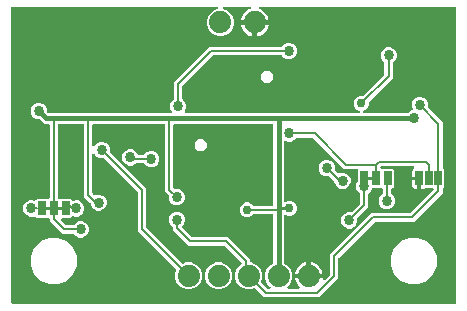
<source format=gbr>
G04 EAGLE Gerber RS-274X export*
G75*
%MOMM*%
%FSLAX34Y34*%
%LPD*%
%INBottom Copper*%
%IPPOS*%
%AMOC8*
5,1,8,0,0,1.08239X$1,22.5*%
G01*
%ADD10C,1.879600*%
%ADD11C,0.254000*%
%ADD12R,0.635000X1.270000*%
%ADD13C,0.762000*%
%ADD14C,0.203200*%
%ADD15C,0.858000*%
%ADD16C,0.406400*%

G36*
X378010Y2041D02*
X378010Y2041D01*
X378068Y2039D01*
X378150Y2061D01*
X378234Y2073D01*
X378287Y2096D01*
X378343Y2111D01*
X378416Y2154D01*
X378493Y2189D01*
X378538Y2227D01*
X378588Y2256D01*
X378646Y2318D01*
X378710Y2372D01*
X378742Y2421D01*
X378782Y2464D01*
X378821Y2539D01*
X378868Y2609D01*
X378885Y2665D01*
X378912Y2717D01*
X378923Y2785D01*
X378953Y2880D01*
X378956Y2980D01*
X378967Y3048D01*
X378967Y252222D01*
X378959Y252280D01*
X378961Y252338D01*
X378939Y252420D01*
X378927Y252504D01*
X378904Y252557D01*
X378889Y252613D01*
X378846Y252686D01*
X378811Y252763D01*
X378773Y252808D01*
X378744Y252858D01*
X378682Y252916D01*
X378628Y252980D01*
X378579Y253012D01*
X378536Y253052D01*
X378461Y253091D01*
X378391Y253138D01*
X378335Y253155D01*
X378283Y253182D01*
X378215Y253193D01*
X378120Y253223D01*
X378020Y253226D01*
X377952Y253237D01*
X212677Y253237D01*
X212553Y253220D01*
X212428Y253206D01*
X212412Y253200D01*
X212395Y253197D01*
X212281Y253146D01*
X212165Y253099D01*
X212151Y253088D01*
X212136Y253081D01*
X212040Y253000D01*
X211942Y252922D01*
X211932Y252908D01*
X211919Y252898D01*
X211849Y252793D01*
X211776Y252691D01*
X211771Y252675D01*
X211761Y252661D01*
X211723Y252541D01*
X211682Y252423D01*
X211681Y252406D01*
X211675Y252390D01*
X211672Y252264D01*
X211665Y252139D01*
X211669Y252123D01*
X211668Y252106D01*
X211700Y251984D01*
X211727Y251862D01*
X211736Y251847D01*
X211740Y251831D01*
X211804Y251723D01*
X211865Y251613D01*
X211877Y251601D01*
X211885Y251586D01*
X211977Y251500D01*
X212065Y251412D01*
X212079Y251404D01*
X212093Y251392D01*
X212346Y251262D01*
X212355Y251261D01*
X212363Y251256D01*
X212863Y251094D01*
X214537Y250241D01*
X216058Y249136D01*
X217386Y247808D01*
X218491Y246287D01*
X219344Y244613D01*
X219925Y242826D01*
X220046Y242061D01*
X209296Y242061D01*
X209238Y242053D01*
X209180Y242055D01*
X209098Y242033D01*
X209015Y242021D01*
X208961Y241997D01*
X208905Y241983D01*
X208832Y241940D01*
X208755Y241905D01*
X208711Y241867D01*
X208660Y241837D01*
X208603Y241776D01*
X208538Y241721D01*
X208506Y241673D01*
X208466Y241630D01*
X208427Y241555D01*
X208381Y241485D01*
X208363Y241429D01*
X208336Y241377D01*
X208325Y241309D01*
X208295Y241214D01*
X208292Y241114D01*
X208281Y241046D01*
X208281Y240029D01*
X208279Y240029D01*
X208279Y241046D01*
X208271Y241104D01*
X208272Y241162D01*
X208251Y241244D01*
X208239Y241327D01*
X208215Y241381D01*
X208201Y241437D01*
X208158Y241510D01*
X208123Y241587D01*
X208085Y241632D01*
X208055Y241682D01*
X207994Y241740D01*
X207939Y241804D01*
X207891Y241836D01*
X207848Y241876D01*
X207773Y241915D01*
X207703Y241961D01*
X207647Y241979D01*
X207595Y242006D01*
X207527Y242017D01*
X207432Y242047D01*
X207332Y242050D01*
X207264Y242061D01*
X196514Y242061D01*
X196635Y242826D01*
X197216Y244613D01*
X198069Y246287D01*
X199174Y247808D01*
X200502Y249136D01*
X202023Y250241D01*
X203697Y251094D01*
X204197Y251256D01*
X204310Y251311D01*
X204424Y251363D01*
X204437Y251374D01*
X204452Y251381D01*
X204546Y251466D01*
X204641Y251547D01*
X204651Y251561D01*
X204663Y251572D01*
X204729Y251678D01*
X204799Y251783D01*
X204804Y251799D01*
X204813Y251814D01*
X204847Y251934D01*
X204885Y252054D01*
X204885Y252071D01*
X204890Y252087D01*
X204889Y252213D01*
X204892Y252338D01*
X204888Y252355D01*
X204887Y252372D01*
X204852Y252492D01*
X204820Y252613D01*
X204811Y252628D01*
X204807Y252644D01*
X204739Y252750D01*
X204675Y252858D01*
X204662Y252869D01*
X204653Y252884D01*
X204559Y252966D01*
X204467Y253052D01*
X204452Y253060D01*
X204440Y253071D01*
X204326Y253125D01*
X204214Y253182D01*
X204199Y253184D01*
X204182Y253192D01*
X203902Y253237D01*
X203892Y253236D01*
X203883Y253237D01*
X182159Y253237D01*
X182074Y253225D01*
X181988Y253223D01*
X181934Y253205D01*
X181877Y253197D01*
X181799Y253162D01*
X181717Y253136D01*
X181670Y253104D01*
X181618Y253081D01*
X181552Y253026D01*
X181481Y252978D01*
X181444Y252934D01*
X181401Y252898D01*
X181353Y252826D01*
X181298Y252760D01*
X181275Y252708D01*
X181243Y252661D01*
X181217Y252579D01*
X181182Y252500D01*
X181175Y252444D01*
X181157Y252390D01*
X181155Y252304D01*
X181143Y252219D01*
X181152Y252163D01*
X181150Y252106D01*
X181172Y252023D01*
X181184Y251938D01*
X181208Y251886D01*
X181222Y251831D01*
X181266Y251757D01*
X181301Y251678D01*
X181338Y251635D01*
X181367Y251586D01*
X181430Y251527D01*
X181486Y251462D01*
X181528Y251436D01*
X181575Y251392D01*
X181704Y251326D01*
X181770Y251284D01*
X185545Y249721D01*
X188760Y246505D01*
X190501Y242304D01*
X190501Y237756D01*
X188760Y233555D01*
X185545Y230340D01*
X181344Y228599D01*
X176796Y228599D01*
X172595Y230340D01*
X169380Y233555D01*
X167639Y237756D01*
X167639Y242304D01*
X169380Y246505D01*
X172595Y249721D01*
X176370Y251284D01*
X176444Y251328D01*
X176522Y251363D01*
X176566Y251400D01*
X176615Y251429D01*
X176674Y251491D01*
X176739Y251547D01*
X176771Y251594D01*
X176810Y251635D01*
X176849Y251712D01*
X176897Y251783D01*
X176914Y251837D01*
X176940Y251888D01*
X176957Y251972D01*
X176983Y252054D01*
X176984Y252111D01*
X176995Y252167D01*
X176988Y252252D01*
X176990Y252338D01*
X176975Y252393D01*
X176971Y252450D01*
X176940Y252530D01*
X176918Y252613D01*
X176889Y252662D01*
X176869Y252715D01*
X176817Y252784D01*
X176773Y252858D01*
X176731Y252897D01*
X176697Y252942D01*
X176628Y252994D01*
X176565Y253052D01*
X176515Y253078D01*
X176469Y253112D01*
X176389Y253143D01*
X176312Y253182D01*
X176264Y253190D01*
X176203Y253213D01*
X176059Y253224D01*
X175981Y253237D01*
X3048Y253237D01*
X2990Y253229D01*
X2932Y253231D01*
X2850Y253209D01*
X2766Y253197D01*
X2713Y253174D01*
X2657Y253159D01*
X2584Y253116D01*
X2507Y253081D01*
X2462Y253043D01*
X2412Y253014D01*
X2354Y252952D01*
X2290Y252898D01*
X2258Y252849D01*
X2218Y252806D01*
X2179Y252731D01*
X2132Y252661D01*
X2115Y252605D01*
X2088Y252553D01*
X2077Y252485D01*
X2047Y252390D01*
X2044Y252290D01*
X2033Y252222D01*
X2033Y3048D01*
X2041Y2990D01*
X2039Y2932D01*
X2061Y2850D01*
X2073Y2766D01*
X2096Y2713D01*
X2111Y2657D01*
X2154Y2584D01*
X2189Y2507D01*
X2227Y2462D01*
X2256Y2412D01*
X2318Y2354D01*
X2372Y2290D01*
X2421Y2258D01*
X2464Y2218D01*
X2539Y2179D01*
X2609Y2132D01*
X2665Y2115D01*
X2717Y2088D01*
X2785Y2077D01*
X2880Y2047D01*
X2980Y2044D01*
X3048Y2033D01*
X377952Y2033D01*
X378010Y2041D01*
G37*
%LPC*%
G36*
X215951Y7619D02*
X215951Y7619D01*
X208872Y14698D01*
X208870Y14699D01*
X208869Y14701D01*
X208752Y14788D01*
X208644Y14869D01*
X208643Y14870D01*
X208642Y14871D01*
X208508Y14921D01*
X208379Y14970D01*
X208377Y14971D01*
X208376Y14971D01*
X208231Y14983D01*
X208095Y14994D01*
X208094Y14994D01*
X208092Y14994D01*
X208077Y14990D01*
X207817Y14938D01*
X207790Y14924D01*
X207765Y14918D01*
X205474Y13969D01*
X200926Y13969D01*
X196725Y15710D01*
X193510Y18925D01*
X191769Y23126D01*
X191769Y27674D01*
X193510Y31875D01*
X196806Y35171D01*
X196858Y35241D01*
X196918Y35305D01*
X196944Y35354D01*
X196977Y35399D01*
X197008Y35480D01*
X197048Y35558D01*
X197056Y35606D01*
X197078Y35664D01*
X197090Y35812D01*
X197103Y35889D01*
X197103Y36206D01*
X197091Y36293D01*
X197088Y36380D01*
X197071Y36433D01*
X197063Y36488D01*
X197028Y36568D01*
X197001Y36651D01*
X196973Y36690D01*
X196947Y36747D01*
X196851Y36860D01*
X196806Y36924D01*
X182974Y50756D01*
X182904Y50808D01*
X182840Y50868D01*
X182791Y50894D01*
X182747Y50927D01*
X182665Y50958D01*
X182587Y50998D01*
X182540Y51006D01*
X182481Y51028D01*
X182334Y51040D01*
X182256Y51053D01*
X152197Y51053D01*
X138843Y64407D01*
X138843Y66526D01*
X138831Y66613D01*
X138828Y66700D01*
X138811Y66753D01*
X138803Y66808D01*
X138768Y66887D01*
X138741Y66971D01*
X138713Y67010D01*
X138687Y67067D01*
X138591Y67180D01*
X138546Y67244D01*
X136609Y69181D01*
X135569Y71691D01*
X135569Y74409D01*
X136609Y76919D01*
X138531Y78841D01*
X141041Y79881D01*
X143759Y79881D01*
X146269Y78841D01*
X148191Y76919D01*
X149231Y74409D01*
X149231Y71691D01*
X148191Y69181D01*
X146878Y67868D01*
X146843Y67821D01*
X146800Y67781D01*
X146758Y67708D01*
X146707Y67641D01*
X146686Y67586D01*
X146657Y67536D01*
X146636Y67454D01*
X146606Y67375D01*
X146601Y67317D01*
X146587Y67260D01*
X146589Y67176D01*
X146582Y67092D01*
X146594Y67034D01*
X146596Y66976D01*
X146622Y66896D01*
X146638Y66813D01*
X146665Y66761D01*
X146683Y66705D01*
X146723Y66649D01*
X146769Y66561D01*
X146838Y66488D01*
X146878Y66432D01*
X154846Y58464D01*
X154916Y58412D01*
X154980Y58352D01*
X155029Y58326D01*
X155073Y58293D01*
X155155Y58262D01*
X155233Y58222D01*
X155280Y58214D01*
X155339Y58192D01*
X155486Y58180D01*
X155564Y58167D01*
X185623Y58167D01*
X204217Y39573D01*
X204217Y37846D01*
X204225Y37788D01*
X204223Y37730D01*
X204245Y37648D01*
X204257Y37564D01*
X204281Y37511D01*
X204295Y37455D01*
X204338Y37382D01*
X204373Y37305D01*
X204411Y37260D01*
X204440Y37210D01*
X204502Y37152D01*
X204556Y37088D01*
X204605Y37056D01*
X204648Y37016D01*
X204723Y36977D01*
X204793Y36930D01*
X204849Y36913D01*
X204901Y36886D01*
X204969Y36875D01*
X205064Y36845D01*
X205164Y36842D01*
X205232Y36831D01*
X205474Y36831D01*
X209675Y35090D01*
X212890Y31875D01*
X214631Y27674D01*
X214631Y23126D01*
X213682Y20835D01*
X213681Y20833D01*
X213680Y20832D01*
X213646Y20698D01*
X213611Y20559D01*
X213611Y20558D01*
X213610Y20556D01*
X213615Y20416D01*
X213619Y20275D01*
X213619Y20274D01*
X213619Y20272D01*
X213662Y20139D01*
X213705Y20005D01*
X213706Y20003D01*
X213707Y20002D01*
X213715Y19990D01*
X213864Y19768D01*
X213887Y19749D01*
X213902Y19728D01*
X218600Y15030D01*
X218670Y14978D01*
X218734Y14918D01*
X218783Y14892D01*
X218827Y14859D01*
X218909Y14828D01*
X218987Y14788D01*
X219034Y14780D01*
X219093Y14758D01*
X219240Y14746D01*
X219318Y14733D01*
X220651Y14733D01*
X220680Y14737D01*
X220709Y14734D01*
X220820Y14757D01*
X220932Y14773D01*
X220959Y14785D01*
X220988Y14790D01*
X221088Y14843D01*
X221192Y14889D01*
X221214Y14908D01*
X221240Y14921D01*
X221322Y14999D01*
X221409Y15072D01*
X221425Y15097D01*
X221446Y15117D01*
X221503Y15215D01*
X221566Y15309D01*
X221575Y15337D01*
X221590Y15362D01*
X221618Y15472D01*
X221652Y15580D01*
X221653Y15610D01*
X221660Y15638D01*
X221656Y15751D01*
X221659Y15864D01*
X221652Y15893D01*
X221651Y15922D01*
X221616Y16030D01*
X221588Y16139D01*
X221573Y16165D01*
X221564Y16193D01*
X221518Y16256D01*
X221442Y16384D01*
X221397Y16427D01*
X221369Y16466D01*
X218909Y18925D01*
X217169Y23126D01*
X217169Y27674D01*
X218910Y31875D01*
X222125Y35091D01*
X223401Y35619D01*
X223402Y35620D01*
X223403Y35620D01*
X223479Y35665D01*
X223540Y35692D01*
X223574Y35721D01*
X223645Y35763D01*
X223646Y35764D01*
X223648Y35765D01*
X223732Y35855D01*
X223757Y35876D01*
X223769Y35894D01*
X223841Y35970D01*
X223841Y35971D01*
X223842Y35973D01*
X223905Y36096D01*
X223913Y36111D01*
X223914Y36112D01*
X223915Y36114D01*
X223971Y36223D01*
X223971Y36224D01*
X223972Y36226D01*
X223974Y36241D01*
X224026Y36502D01*
X224023Y36532D01*
X224027Y36557D01*
X224027Y76708D01*
X224019Y76766D01*
X224021Y76824D01*
X223999Y76906D01*
X223987Y76990D01*
X223964Y77043D01*
X223949Y77099D01*
X223906Y77172D01*
X223871Y77249D01*
X223833Y77294D01*
X223804Y77344D01*
X223742Y77402D01*
X223688Y77466D01*
X223639Y77498D01*
X223596Y77538D01*
X223521Y77577D01*
X223451Y77624D01*
X223395Y77641D01*
X223343Y77668D01*
X223275Y77679D01*
X223180Y77709D01*
X223080Y77712D01*
X223012Y77723D01*
X207775Y77723D01*
X207688Y77711D01*
X207601Y77708D01*
X207548Y77691D01*
X207494Y77683D01*
X207414Y77648D01*
X207331Y77621D01*
X207291Y77593D01*
X207234Y77567D01*
X207121Y77471D01*
X207057Y77426D01*
X205527Y75896D01*
X203193Y74929D01*
X200667Y74929D01*
X198333Y75896D01*
X196546Y77683D01*
X195579Y80017D01*
X195579Y82543D01*
X196546Y84877D01*
X198333Y86664D01*
X200667Y87631D01*
X203193Y87631D01*
X205527Y86664D01*
X207057Y85134D01*
X207127Y85082D01*
X207191Y85022D01*
X207240Y84996D01*
X207284Y84963D01*
X207366Y84932D01*
X207444Y84892D01*
X207492Y84884D01*
X207550Y84862D01*
X207698Y84850D01*
X207775Y84837D01*
X223012Y84837D01*
X223070Y84845D01*
X223128Y84843D01*
X223210Y84865D01*
X223294Y84877D01*
X223347Y84900D01*
X223403Y84915D01*
X223476Y84958D01*
X223553Y84993D01*
X223598Y85031D01*
X223648Y85060D01*
X223706Y85122D01*
X223770Y85176D01*
X223802Y85225D01*
X223842Y85268D01*
X223881Y85343D01*
X223928Y85413D01*
X223945Y85469D01*
X223972Y85521D01*
X223983Y85589D01*
X224013Y85684D01*
X224016Y85784D01*
X224027Y85852D01*
X224027Y153162D01*
X224019Y153220D01*
X224021Y153278D01*
X223999Y153360D01*
X223987Y153444D01*
X223964Y153497D01*
X223949Y153553D01*
X223906Y153626D01*
X223871Y153703D01*
X223833Y153748D01*
X223804Y153798D01*
X223742Y153856D01*
X223688Y153920D01*
X223639Y153952D01*
X223596Y153992D01*
X223521Y154031D01*
X223451Y154078D01*
X223395Y154095D01*
X223343Y154122D01*
X223275Y154133D01*
X223180Y154163D01*
X223080Y154166D01*
X223012Y154177D01*
X140462Y154177D01*
X140404Y154169D01*
X140346Y154171D01*
X140264Y154149D01*
X140180Y154137D01*
X140127Y154114D01*
X140071Y154099D01*
X139998Y154056D01*
X139921Y154021D01*
X139876Y153983D01*
X139826Y153954D01*
X139768Y153892D01*
X139704Y153838D01*
X139672Y153789D01*
X139632Y153746D01*
X139593Y153671D01*
X139546Y153601D01*
X139529Y153545D01*
X139502Y153493D01*
X139491Y153425D01*
X139461Y153330D01*
X139458Y153230D01*
X139447Y153162D01*
X139447Y100454D01*
X139454Y100405D01*
X139453Y100396D01*
X139457Y100383D01*
X139459Y100367D01*
X139462Y100280D01*
X139479Y100227D01*
X139487Y100172D01*
X139522Y100092D01*
X139549Y100009D01*
X139577Y99970D01*
X139603Y99913D01*
X139699Y99800D01*
X139744Y99736D01*
X140302Y99178D01*
X140372Y99126D01*
X140436Y99066D01*
X140485Y99040D01*
X140529Y99007D01*
X140611Y98976D01*
X140689Y98936D01*
X140736Y98928D01*
X140795Y98906D01*
X140942Y98894D01*
X141020Y98881D01*
X143759Y98881D01*
X146269Y97841D01*
X148191Y95919D01*
X149231Y93409D01*
X149231Y90691D01*
X148191Y88181D01*
X146269Y86259D01*
X143759Y85219D01*
X141041Y85219D01*
X138531Y86259D01*
X136609Y88181D01*
X135569Y90691D01*
X135569Y93430D01*
X135562Y93484D01*
X135563Y93522D01*
X135556Y93547D01*
X135554Y93604D01*
X135537Y93657D01*
X135529Y93712D01*
X135494Y93792D01*
X135467Y93875D01*
X135439Y93914D01*
X135413Y93971D01*
X135317Y94084D01*
X135272Y94148D01*
X132333Y97087D01*
X132333Y153162D01*
X132325Y153220D01*
X132327Y153278D01*
X132305Y153360D01*
X132293Y153444D01*
X132270Y153497D01*
X132255Y153553D01*
X132212Y153626D01*
X132177Y153703D01*
X132139Y153748D01*
X132110Y153798D01*
X132048Y153856D01*
X131994Y153920D01*
X131945Y153952D01*
X131902Y153992D01*
X131827Y154031D01*
X131757Y154078D01*
X131701Y154095D01*
X131649Y154122D01*
X131581Y154133D01*
X131486Y154163D01*
X131386Y154166D01*
X131318Y154177D01*
X71882Y154177D01*
X71824Y154169D01*
X71766Y154171D01*
X71684Y154149D01*
X71600Y154137D01*
X71547Y154114D01*
X71491Y154099D01*
X71418Y154056D01*
X71341Y154021D01*
X71296Y153983D01*
X71246Y153954D01*
X71188Y153892D01*
X71124Y153838D01*
X71092Y153789D01*
X71052Y153746D01*
X71013Y153671D01*
X70966Y153601D01*
X70949Y153545D01*
X70922Y153493D01*
X70911Y153425D01*
X70881Y153330D01*
X70878Y153230D01*
X70867Y153162D01*
X70867Y136026D01*
X70874Y135971D01*
X70873Y135929D01*
X70880Y135905D01*
X70881Y135855D01*
X70899Y135801D01*
X70907Y135744D01*
X70942Y135666D01*
X70945Y135657D01*
X70945Y135654D01*
X70946Y135654D01*
X70968Y135584D01*
X71000Y135537D01*
X71023Y135485D01*
X71078Y135419D01*
X71126Y135348D01*
X71170Y135311D01*
X71206Y135268D01*
X71278Y135220D01*
X71344Y135165D01*
X71396Y135142D01*
X71443Y135110D01*
X71525Y135084D01*
X71604Y135049D01*
X71660Y135042D01*
X71714Y135025D01*
X71800Y135022D01*
X71885Y135011D01*
X71941Y135019D01*
X71998Y135017D01*
X72081Y135039D01*
X72167Y135051D01*
X72218Y135075D01*
X72273Y135089D01*
X72347Y135133D01*
X72426Y135168D01*
X72469Y135205D01*
X72518Y135234D01*
X72577Y135297D01*
X72642Y135353D01*
X72668Y135395D01*
X72712Y135442D01*
X72767Y135549D01*
X72806Y135607D01*
X72811Y135623D01*
X72820Y135637D01*
X72949Y135949D01*
X74871Y137871D01*
X77381Y138911D01*
X80099Y138911D01*
X82609Y137871D01*
X84531Y135949D01*
X85571Y133439D01*
X85571Y130700D01*
X85583Y130613D01*
X85586Y130526D01*
X85603Y130473D01*
X85611Y130418D01*
X85646Y130338D01*
X85673Y130255D01*
X85701Y130216D01*
X85727Y130159D01*
X85823Y130046D01*
X85868Y129982D01*
X116587Y99263D01*
X116587Y66664D01*
X116599Y66577D01*
X116602Y66490D01*
X116619Y66437D01*
X116627Y66382D01*
X116662Y66302D01*
X116689Y66219D01*
X116717Y66180D01*
X116743Y66123D01*
X116839Y66010D01*
X116884Y65946D01*
X146728Y36102D01*
X146730Y36101D01*
X146731Y36099D01*
X146846Y36013D01*
X146956Y35931D01*
X146957Y35930D01*
X146958Y35929D01*
X147090Y35879D01*
X147221Y35830D01*
X147223Y35829D01*
X147224Y35829D01*
X147369Y35817D01*
X147505Y35806D01*
X147506Y35806D01*
X147508Y35806D01*
X147523Y35810D01*
X147783Y35862D01*
X147810Y35876D01*
X147835Y35882D01*
X150126Y36831D01*
X154674Y36831D01*
X158875Y35090D01*
X162090Y31875D01*
X163831Y27674D01*
X163831Y23126D01*
X162090Y18925D01*
X158875Y15710D01*
X154674Y13969D01*
X150126Y13969D01*
X145925Y15710D01*
X142710Y18925D01*
X140969Y23126D01*
X140969Y27674D01*
X141918Y29965D01*
X141919Y29967D01*
X141920Y29968D01*
X141954Y30102D01*
X141989Y30241D01*
X141989Y30242D01*
X141990Y30244D01*
X141985Y30384D01*
X141981Y30525D01*
X141981Y30526D01*
X141981Y30528D01*
X141938Y30661D01*
X141895Y30795D01*
X141894Y30797D01*
X141893Y30798D01*
X141885Y30810D01*
X141736Y31032D01*
X141713Y31051D01*
X141698Y31072D01*
X111854Y60916D01*
X109473Y63297D01*
X109473Y95896D01*
X109461Y95983D01*
X109458Y96070D01*
X109441Y96123D01*
X109433Y96178D01*
X109398Y96258D01*
X109371Y96341D01*
X109343Y96380D01*
X109317Y96437D01*
X109221Y96550D01*
X109176Y96614D01*
X80838Y124952D01*
X80768Y125004D01*
X80704Y125064D01*
X80655Y125090D01*
X80611Y125123D01*
X80529Y125154D01*
X80451Y125194D01*
X80404Y125202D01*
X80345Y125224D01*
X80198Y125236D01*
X80120Y125249D01*
X77381Y125249D01*
X74871Y126289D01*
X72949Y128211D01*
X72820Y128523D01*
X72776Y128597D01*
X72741Y128675D01*
X72704Y128719D01*
X72675Y128768D01*
X72613Y128827D01*
X72557Y128892D01*
X72510Y128924D01*
X72469Y128963D01*
X72392Y129002D01*
X72321Y129050D01*
X72267Y129067D01*
X72216Y129093D01*
X72132Y129110D01*
X72050Y129135D01*
X71993Y129137D01*
X71937Y129148D01*
X71852Y129141D01*
X71766Y129143D01*
X71711Y129128D01*
X71654Y129124D01*
X71574Y129093D01*
X71491Y129071D01*
X71442Y129042D01*
X71389Y129021D01*
X71320Y128970D01*
X71246Y128926D01*
X71207Y128884D01*
X71162Y128850D01*
X71111Y128781D01*
X71052Y128718D01*
X71026Y128668D01*
X70992Y128622D01*
X70961Y128542D01*
X70922Y128465D01*
X70914Y128417D01*
X70891Y128356D01*
X70880Y128212D01*
X70867Y128134D01*
X70867Y95874D01*
X70879Y95787D01*
X70882Y95700D01*
X70899Y95647D01*
X70907Y95592D01*
X70942Y95512D01*
X70969Y95429D01*
X70997Y95390D01*
X71023Y95333D01*
X71119Y95220D01*
X71164Y95156D01*
X72310Y94010D01*
X72311Y94009D01*
X72312Y94008D01*
X72426Y93923D01*
X72537Y93840D01*
X72538Y93839D01*
X72540Y93838D01*
X72670Y93789D01*
X72802Y93738D01*
X72804Y93738D01*
X72805Y93738D01*
X72944Y93727D01*
X73086Y93715D01*
X73087Y93715D01*
X73089Y93715D01*
X73104Y93718D01*
X73364Y93771D01*
X73392Y93785D01*
X73416Y93790D01*
X74841Y94381D01*
X77559Y94381D01*
X80069Y93341D01*
X81991Y91419D01*
X83031Y88909D01*
X83031Y86191D01*
X81991Y83681D01*
X80069Y81759D01*
X77559Y80719D01*
X74841Y80719D01*
X72331Y81759D01*
X70409Y83681D01*
X69369Y86191D01*
X69369Y86470D01*
X69357Y86557D01*
X69354Y86644D01*
X69337Y86697D01*
X69329Y86752D01*
X69294Y86832D01*
X69267Y86915D01*
X69239Y86954D01*
X69213Y87011D01*
X69117Y87124D01*
X69072Y87188D01*
X63753Y92507D01*
X63753Y153162D01*
X63745Y153220D01*
X63747Y153278D01*
X63725Y153360D01*
X63713Y153444D01*
X63690Y153497D01*
X63675Y153553D01*
X63632Y153626D01*
X63597Y153703D01*
X63559Y153748D01*
X63530Y153798D01*
X63468Y153856D01*
X63414Y153920D01*
X63365Y153952D01*
X63322Y153992D01*
X63247Y154031D01*
X63177Y154078D01*
X63121Y154095D01*
X63069Y154122D01*
X63001Y154133D01*
X62906Y154163D01*
X62806Y154166D01*
X62738Y154177D01*
X42672Y154177D01*
X42614Y154169D01*
X42556Y154171D01*
X42474Y154149D01*
X42390Y154137D01*
X42337Y154114D01*
X42281Y154099D01*
X42208Y154056D01*
X42131Y154021D01*
X42086Y153983D01*
X42036Y153954D01*
X41978Y153892D01*
X41914Y153838D01*
X41882Y153789D01*
X41842Y153746D01*
X41803Y153671D01*
X41756Y153601D01*
X41739Y153545D01*
X41712Y153493D01*
X41701Y153425D01*
X41671Y153330D01*
X41668Y153230D01*
X41657Y153162D01*
X41657Y91813D01*
X41669Y91727D01*
X41672Y91639D01*
X41689Y91587D01*
X41697Y91532D01*
X41732Y91452D01*
X41759Y91369D01*
X41787Y91330D01*
X41813Y91273D01*
X41909Y91159D01*
X41954Y91096D01*
X42462Y90588D01*
X42509Y90553D01*
X42549Y90510D01*
X42622Y90467D01*
X42689Y90417D01*
X42744Y90396D01*
X42794Y90366D01*
X42876Y90346D01*
X42955Y90315D01*
X43013Y90311D01*
X43070Y90296D01*
X43154Y90299D01*
X43238Y90292D01*
X43296Y90303D01*
X43354Y90305D01*
X43434Y90331D01*
X43517Y90348D01*
X43569Y90375D01*
X43625Y90393D01*
X43681Y90433D01*
X43769Y90479D01*
X43842Y90548D01*
X43898Y90588D01*
X44243Y90933D01*
X52277Y90933D01*
X53493Y89717D01*
X53494Y89710D01*
X53504Y89684D01*
X53508Y89656D01*
X53555Y89551D01*
X53596Y89444D01*
X53612Y89422D01*
X53624Y89397D01*
X53698Y89309D01*
X53767Y89218D01*
X53790Y89201D01*
X53807Y89180D01*
X53903Y89116D01*
X53995Y89047D01*
X54021Y89038D01*
X54044Y89022D01*
X54154Y88988D01*
X54261Y88947D01*
X54289Y88945D01*
X54315Y88936D01*
X54430Y88933D01*
X54544Y88924D01*
X54569Y88930D01*
X54599Y88929D01*
X54856Y88996D01*
X54872Y89000D01*
X55791Y89381D01*
X58509Y89381D01*
X61019Y88341D01*
X62941Y86419D01*
X63981Y83909D01*
X63981Y81191D01*
X62941Y78681D01*
X61019Y76759D01*
X58509Y75719D01*
X55791Y75719D01*
X54872Y76100D01*
X54760Y76129D01*
X54651Y76164D01*
X54623Y76164D01*
X54596Y76171D01*
X54482Y76168D01*
X54367Y76171D01*
X54340Y76164D01*
X54312Y76163D01*
X54203Y76128D01*
X54092Y76099D01*
X54068Y76085D01*
X54041Y76076D01*
X53946Y76012D01*
X53847Y75954D01*
X53828Y75934D01*
X53805Y75918D01*
X53731Y75830D01*
X53653Y75746D01*
X53640Y75722D01*
X53622Y75701D01*
X53576Y75596D01*
X53523Y75493D01*
X53519Y75469D01*
X53507Y75441D01*
X53500Y75390D01*
X52277Y74167D01*
X45074Y74167D01*
X45045Y74163D01*
X45015Y74166D01*
X44904Y74143D01*
X44792Y74127D01*
X44766Y74115D01*
X44737Y74110D01*
X44636Y74058D01*
X44533Y74011D01*
X44510Y73992D01*
X44484Y73979D01*
X44402Y73901D01*
X44316Y73828D01*
X44300Y73803D01*
X44278Y73783D01*
X44221Y73685D01*
X44158Y73591D01*
X44149Y73563D01*
X44135Y73538D01*
X44107Y73428D01*
X44072Y73320D01*
X44072Y73290D01*
X44064Y73262D01*
X44068Y73149D01*
X44065Y73036D01*
X44073Y73007D01*
X44074Y72978D01*
X44108Y72870D01*
X44137Y72761D01*
X44152Y72735D01*
X44161Y72707D01*
X44207Y72644D01*
X44282Y72516D01*
X44328Y72473D01*
X44333Y72466D01*
X44334Y72464D01*
X44335Y72464D01*
X44356Y72434D01*
X48166Y68624D01*
X48236Y68572D01*
X48300Y68512D01*
X48349Y68486D01*
X48393Y68453D01*
X48475Y68422D01*
X48553Y68382D01*
X48600Y68374D01*
X48659Y68352D01*
X48806Y68340D01*
X48884Y68327D01*
X54436Y68327D01*
X54523Y68339D01*
X54610Y68342D01*
X54663Y68359D01*
X54718Y68367D01*
X54797Y68402D01*
X54881Y68429D01*
X54920Y68457D01*
X54977Y68483D01*
X55090Y68579D01*
X55154Y68624D01*
X57091Y70561D01*
X59601Y71601D01*
X62319Y71601D01*
X64829Y70561D01*
X66751Y68639D01*
X67791Y66129D01*
X67791Y63411D01*
X66751Y60901D01*
X64829Y58979D01*
X62319Y57939D01*
X59601Y57939D01*
X57091Y58979D01*
X55154Y60916D01*
X55084Y60968D01*
X55020Y61028D01*
X54971Y61054D01*
X54927Y61087D01*
X54845Y61118D01*
X54767Y61158D01*
X54720Y61166D01*
X54661Y61188D01*
X54513Y61200D01*
X54436Y61213D01*
X45517Y61213D01*
X34543Y72187D01*
X34543Y73287D01*
X34531Y73373D01*
X34528Y73461D01*
X34511Y73513D01*
X34503Y73568D01*
X34468Y73648D01*
X34441Y73731D01*
X34413Y73770D01*
X34387Y73827D01*
X34291Y73941D01*
X34246Y74004D01*
X33738Y74512D01*
X33691Y74547D01*
X33651Y74590D01*
X33578Y74633D01*
X33511Y74683D01*
X33456Y74704D01*
X33406Y74734D01*
X33324Y74754D01*
X33245Y74785D01*
X33187Y74789D01*
X33130Y74804D01*
X33046Y74801D01*
X32962Y74808D01*
X32904Y74797D01*
X32846Y74795D01*
X32766Y74769D01*
X32683Y74752D01*
X32631Y74725D01*
X32575Y74707D01*
X32519Y74667D01*
X32431Y74621D01*
X32358Y74552D01*
X32302Y74512D01*
X31957Y74167D01*
X23923Y74167D01*
X22707Y75383D01*
X22706Y75390D01*
X22696Y75416D01*
X22692Y75444D01*
X22645Y75549D01*
X22604Y75656D01*
X22588Y75678D01*
X22576Y75703D01*
X22502Y75791D01*
X22433Y75882D01*
X22410Y75899D01*
X22393Y75920D01*
X22297Y75984D01*
X22205Y76053D01*
X22179Y76062D01*
X22156Y76078D01*
X22046Y76112D01*
X21939Y76153D01*
X21911Y76155D01*
X21885Y76164D01*
X21770Y76167D01*
X21656Y76176D01*
X21631Y76170D01*
X21601Y76171D01*
X21344Y76104D01*
X21328Y76100D01*
X20409Y75719D01*
X17691Y75719D01*
X15181Y76759D01*
X13259Y78681D01*
X12219Y81191D01*
X12219Y83909D01*
X13259Y86419D01*
X15181Y88341D01*
X17691Y89381D01*
X20409Y89381D01*
X21328Y89000D01*
X21440Y88971D01*
X21549Y88936D01*
X21577Y88936D01*
X21604Y88929D01*
X21718Y88932D01*
X21833Y88929D01*
X21860Y88936D01*
X21888Y88937D01*
X21997Y88972D01*
X22108Y89001D01*
X22132Y89015D01*
X22159Y89024D01*
X22254Y89088D01*
X22353Y89146D01*
X22372Y89166D01*
X22395Y89182D01*
X22469Y89270D01*
X22547Y89354D01*
X22560Y89378D01*
X22578Y89399D01*
X22624Y89504D01*
X22677Y89607D01*
X22681Y89631D01*
X22693Y89659D01*
X22700Y89710D01*
X23923Y90933D01*
X31957Y90933D01*
X32302Y90588D01*
X32349Y90553D01*
X32389Y90510D01*
X32462Y90467D01*
X32529Y90417D01*
X32584Y90396D01*
X32634Y90366D01*
X32716Y90346D01*
X32795Y90315D01*
X32853Y90311D01*
X32910Y90296D01*
X32994Y90299D01*
X33078Y90292D01*
X33136Y90303D01*
X33194Y90305D01*
X33274Y90331D01*
X33357Y90348D01*
X33409Y90375D01*
X33465Y90393D01*
X33521Y90433D01*
X33609Y90479D01*
X33682Y90548D01*
X33738Y90588D01*
X34246Y91096D01*
X34298Y91165D01*
X34358Y91229D01*
X34384Y91279D01*
X34417Y91323D01*
X34448Y91404D01*
X34488Y91482D01*
X34496Y91530D01*
X34518Y91588D01*
X34530Y91736D01*
X34543Y91813D01*
X34543Y153162D01*
X34535Y153220D01*
X34537Y153278D01*
X34515Y153360D01*
X34503Y153444D01*
X34480Y153497D01*
X34465Y153553D01*
X34422Y153626D01*
X34387Y153703D01*
X34349Y153748D01*
X34320Y153798D01*
X34258Y153856D01*
X34204Y153920D01*
X34155Y153952D01*
X34112Y153992D01*
X34037Y154031D01*
X33967Y154078D01*
X33911Y154095D01*
X33859Y154122D01*
X33791Y154133D01*
X33696Y154163D01*
X33596Y154166D01*
X33528Y154177D01*
X29856Y154177D01*
X26061Y157972D01*
X25991Y158024D01*
X25928Y158084D01*
X25878Y158110D01*
X25834Y158143D01*
X25752Y158174D01*
X25674Y158214D01*
X25627Y158222D01*
X25568Y158244D01*
X25421Y158256D01*
X25343Y158269D01*
X24041Y158269D01*
X21531Y159309D01*
X19609Y161231D01*
X18569Y163741D01*
X18569Y166459D01*
X19609Y168969D01*
X21531Y170891D01*
X24041Y171931D01*
X26759Y171931D01*
X29269Y170891D01*
X31191Y168969D01*
X32231Y166459D01*
X32231Y165157D01*
X32243Y165070D01*
X32246Y164983D01*
X32263Y164930D01*
X32271Y164875D01*
X32306Y164795D01*
X32333Y164712D01*
X32361Y164673D01*
X32387Y164616D01*
X32483Y164503D01*
X32528Y164439D01*
X33347Y163620D01*
X33417Y163567D01*
X33480Y163508D01*
X33530Y163482D01*
X33574Y163449D01*
X33656Y163418D01*
X33734Y163378D01*
X33781Y163370D01*
X33840Y163348D01*
X33987Y163336D01*
X34065Y163323D01*
X136986Y163323D01*
X137015Y163327D01*
X137045Y163324D01*
X137156Y163347D01*
X137268Y163363D01*
X137294Y163375D01*
X137323Y163380D01*
X137424Y163433D01*
X137527Y163479D01*
X137549Y163498D01*
X137576Y163511D01*
X137658Y163589D01*
X137744Y163662D01*
X137760Y163687D01*
X137782Y163707D01*
X137839Y163805D01*
X137902Y163899D01*
X137911Y163927D01*
X137925Y163952D01*
X137953Y164062D01*
X137987Y164170D01*
X137988Y164200D01*
X137995Y164228D01*
X137992Y164341D01*
X137995Y164454D01*
X137987Y164483D01*
X137986Y164512D01*
X137951Y164620D01*
X137923Y164729D01*
X137908Y164755D01*
X137899Y164783D01*
X137853Y164847D01*
X137778Y164974D01*
X137732Y165017D01*
X137725Y165026D01*
X136679Y167551D01*
X136679Y170269D01*
X137719Y172779D01*
X139656Y174716D01*
X139708Y174786D01*
X139768Y174850D01*
X139794Y174899D01*
X139827Y174943D01*
X139858Y175025D01*
X139898Y175103D01*
X139906Y175150D01*
X139928Y175209D01*
X139940Y175357D01*
X139953Y175434D01*
X139953Y189433D01*
X169977Y219457D01*
X230576Y219457D01*
X230663Y219469D01*
X230750Y219472D01*
X230803Y219489D01*
X230858Y219497D01*
X230937Y219532D01*
X231021Y219559D01*
X231060Y219587D01*
X231117Y219613D01*
X231230Y219709D01*
X231294Y219754D01*
X233231Y221691D01*
X235741Y222731D01*
X238459Y222731D01*
X240969Y221691D01*
X242891Y219769D01*
X243931Y217259D01*
X243931Y214541D01*
X242891Y212031D01*
X240969Y210109D01*
X238459Y209069D01*
X235741Y209069D01*
X233231Y210109D01*
X231294Y212046D01*
X231224Y212098D01*
X231160Y212158D01*
X231111Y212184D01*
X231067Y212217D01*
X230985Y212248D01*
X230907Y212288D01*
X230860Y212296D01*
X230801Y212318D01*
X230653Y212330D01*
X230576Y212343D01*
X173344Y212343D01*
X173257Y212331D01*
X173170Y212328D01*
X173117Y212311D01*
X173062Y212303D01*
X172982Y212268D01*
X172899Y212241D01*
X172860Y212213D01*
X172803Y212187D01*
X172690Y212091D01*
X172626Y212046D01*
X147364Y186784D01*
X147312Y186714D01*
X147252Y186650D01*
X147226Y186601D01*
X147193Y186557D01*
X147162Y186475D01*
X147122Y186397D01*
X147114Y186350D01*
X147092Y186291D01*
X147080Y186144D01*
X147067Y186066D01*
X147067Y175434D01*
X147079Y175347D01*
X147082Y175260D01*
X147099Y175207D01*
X147107Y175152D01*
X147142Y175073D01*
X147169Y174989D01*
X147197Y174950D01*
X147223Y174893D01*
X147319Y174780D01*
X147364Y174716D01*
X149301Y172779D01*
X150341Y170269D01*
X150341Y167551D01*
X149297Y165031D01*
X149276Y165013D01*
X149213Y164919D01*
X149145Y164829D01*
X149135Y164801D01*
X149118Y164777D01*
X149084Y164669D01*
X149044Y164563D01*
X149041Y164534D01*
X149033Y164506D01*
X149030Y164393D01*
X149020Y164280D01*
X149026Y164251D01*
X149025Y164222D01*
X149054Y164112D01*
X149076Y164001D01*
X149090Y163975D01*
X149097Y163947D01*
X149155Y163850D01*
X149207Y163749D01*
X149227Y163727D01*
X149242Y163702D01*
X149325Y163625D01*
X149403Y163543D01*
X149428Y163528D01*
X149450Y163508D01*
X149551Y163456D01*
X149648Y163399D01*
X149677Y163392D01*
X149703Y163378D01*
X149780Y163365D01*
X149924Y163329D01*
X149986Y163331D01*
X150034Y163323D01*
X296372Y163323D01*
X296457Y163335D01*
X296543Y163337D01*
X296597Y163355D01*
X296653Y163363D01*
X296732Y163398D01*
X296813Y163424D01*
X296861Y163456D01*
X296913Y163479D01*
X296978Y163534D01*
X297050Y163582D01*
X297086Y163626D01*
X297130Y163662D01*
X297177Y163734D01*
X297233Y163800D01*
X297256Y163852D01*
X297287Y163899D01*
X297313Y163981D01*
X297348Y164060D01*
X297356Y164116D01*
X297373Y164170D01*
X297375Y164256D01*
X297387Y164341D01*
X297379Y164397D01*
X297380Y164454D01*
X297359Y164537D01*
X297346Y164622D01*
X297323Y164674D01*
X297308Y164729D01*
X297265Y164803D01*
X297229Y164882D01*
X297192Y164925D01*
X297163Y164974D01*
X297101Y165033D01*
X297045Y165098D01*
X297003Y165124D01*
X296956Y165168D01*
X296827Y165234D01*
X296760Y165276D01*
X294853Y166066D01*
X293066Y167853D01*
X292099Y170187D01*
X292099Y172713D01*
X293066Y175047D01*
X294853Y176834D01*
X297187Y177801D01*
X299350Y177801D01*
X299437Y177813D01*
X299524Y177816D01*
X299577Y177833D01*
X299632Y177841D01*
X299712Y177876D01*
X299795Y177903D01*
X299834Y177931D01*
X299891Y177957D01*
X300004Y178053D01*
X300068Y178098D01*
X317846Y195876D01*
X317898Y195946D01*
X317958Y196010D01*
X317984Y196059D01*
X318017Y196103D01*
X318048Y196185D01*
X318088Y196263D01*
X318096Y196310D01*
X318118Y196369D01*
X318130Y196516D01*
X318143Y196594D01*
X318143Y205566D01*
X318131Y205653D01*
X318128Y205740D01*
X318111Y205793D01*
X318103Y205848D01*
X318068Y205927D01*
X318041Y206011D01*
X318013Y206050D01*
X317987Y206107D01*
X317891Y206220D01*
X317846Y206284D01*
X315909Y208221D01*
X314869Y210731D01*
X314869Y213449D01*
X315909Y215959D01*
X317831Y217881D01*
X320341Y218921D01*
X323059Y218921D01*
X325569Y217881D01*
X327491Y215959D01*
X328531Y213449D01*
X328531Y210731D01*
X327491Y208221D01*
X325554Y206284D01*
X325502Y206214D01*
X325442Y206150D01*
X325416Y206101D01*
X325383Y206057D01*
X325352Y205975D01*
X325312Y205897D01*
X325304Y205850D01*
X325282Y205791D01*
X325270Y205643D01*
X325257Y205566D01*
X325257Y193227D01*
X305098Y173068D01*
X305046Y172998D01*
X304986Y172934D01*
X304960Y172885D01*
X304927Y172841D01*
X304896Y172759D01*
X304856Y172681D01*
X304848Y172634D01*
X304826Y172575D01*
X304814Y172428D01*
X304801Y172350D01*
X304801Y170187D01*
X303834Y167853D01*
X302047Y166066D01*
X300140Y165276D01*
X300066Y165232D01*
X299987Y165197D01*
X299944Y165160D01*
X299895Y165131D01*
X299836Y165069D01*
X299770Y165013D01*
X299739Y164966D01*
X299700Y164925D01*
X299660Y164848D01*
X299613Y164777D01*
X299596Y164723D01*
X299570Y164672D01*
X299553Y164588D01*
X299527Y164506D01*
X299526Y164449D01*
X299515Y164393D01*
X299522Y164308D01*
X299520Y164222D01*
X299534Y164167D01*
X299539Y164110D01*
X299570Y164030D01*
X299592Y163947D01*
X299621Y163898D01*
X299641Y163845D01*
X299693Y163776D01*
X299737Y163702D01*
X299778Y163663D01*
X299813Y163618D01*
X299881Y163566D01*
X299944Y163508D01*
X299995Y163482D01*
X300040Y163448D01*
X300121Y163417D01*
X300197Y163378D01*
X300246Y163370D01*
X300306Y163347D01*
X300451Y163336D01*
X300528Y163323D01*
X337392Y163323D01*
X337479Y163335D01*
X337566Y163338D01*
X337619Y163355D01*
X337674Y163363D01*
X337753Y163398D01*
X337837Y163425D01*
X337876Y163453D01*
X337933Y163479D01*
X338046Y163575D01*
X338110Y163620D01*
X339031Y164541D01*
X341414Y165528D01*
X341465Y165558D01*
X341519Y165579D01*
X341587Y165630D01*
X341659Y165673D01*
X341699Y165715D01*
X341746Y165750D01*
X341796Y165818D01*
X341854Y165879D01*
X341881Y165931D01*
X341916Y165978D01*
X341946Y166057D01*
X341985Y166132D01*
X341996Y166189D01*
X342017Y166244D01*
X342023Y166328D01*
X342040Y166411D01*
X342035Y166469D01*
X342039Y166528D01*
X342024Y166595D01*
X342015Y166694D01*
X341979Y166787D01*
X341964Y166855D01*
X341149Y168821D01*
X341149Y171539D01*
X342189Y174049D01*
X344111Y175971D01*
X346621Y177011D01*
X349339Y177011D01*
X351849Y175971D01*
X353771Y174049D01*
X354811Y171539D01*
X354811Y168800D01*
X354823Y168713D01*
X354826Y168626D01*
X354843Y168573D01*
X354851Y168518D01*
X354886Y168438D01*
X354913Y168355D01*
X354941Y168316D01*
X354967Y168259D01*
X355063Y168146D01*
X355108Y168082D01*
X367285Y155905D01*
X367285Y117214D01*
X367297Y117127D01*
X367300Y117039D01*
X367317Y116987D01*
X367325Y116932D01*
X367360Y116852D01*
X367387Y116769D01*
X367415Y116730D01*
X367441Y116673D01*
X367537Y116559D01*
X367582Y116496D01*
X368936Y115142D01*
X368936Y100758D01*
X367582Y99404D01*
X367530Y99335D01*
X367470Y99271D01*
X367444Y99221D01*
X367411Y99177D01*
X367380Y99095D01*
X367340Y99018D01*
X367332Y98970D01*
X367310Y98912D01*
X367298Y98764D01*
X367285Y98686D01*
X367285Y95555D01*
X343103Y71373D01*
X310504Y71373D01*
X310417Y71361D01*
X310330Y71358D01*
X310277Y71341D01*
X310222Y71333D01*
X310142Y71298D01*
X310059Y71271D01*
X310020Y71243D01*
X309963Y71217D01*
X309850Y71121D01*
X309786Y71076D01*
X279444Y40734D01*
X279392Y40664D01*
X279332Y40600D01*
X279306Y40551D01*
X279273Y40507D01*
X279242Y40425D01*
X279202Y40347D01*
X279194Y40300D01*
X279172Y40241D01*
X279160Y40094D01*
X279147Y40016D01*
X279147Y23927D01*
X262839Y7619D01*
X215951Y7619D01*
G37*
%LPD*%
G36*
X245361Y14737D02*
X245361Y14737D01*
X245391Y14734D01*
X245502Y14757D01*
X245614Y14773D01*
X245641Y14785D01*
X245669Y14790D01*
X245770Y14843D01*
X245873Y14889D01*
X245896Y14908D01*
X245922Y14921D01*
X246004Y14999D01*
X246090Y15072D01*
X246107Y15097D01*
X246128Y15117D01*
X246185Y15215D01*
X246248Y15309D01*
X246257Y15337D01*
X246272Y15362D01*
X246299Y15472D01*
X246334Y15580D01*
X246334Y15610D01*
X246342Y15638D01*
X246338Y15751D01*
X246341Y15864D01*
X246334Y15893D01*
X246333Y15922D01*
X246298Y16030D01*
X246269Y16139D01*
X246254Y16165D01*
X246245Y16193D01*
X246199Y16257D01*
X246124Y16384D01*
X246078Y16427D01*
X246050Y16466D01*
X244894Y17622D01*
X243789Y19143D01*
X242936Y20817D01*
X242355Y22604D01*
X242234Y23369D01*
X252984Y23369D01*
X253042Y23377D01*
X253100Y23375D01*
X253182Y23397D01*
X253265Y23409D01*
X253319Y23433D01*
X253375Y23447D01*
X253448Y23490D01*
X253525Y23525D01*
X253569Y23563D01*
X253620Y23593D01*
X253677Y23654D01*
X253742Y23709D01*
X253774Y23757D01*
X253814Y23800D01*
X253853Y23875D01*
X253899Y23945D01*
X253917Y24001D01*
X253944Y24053D01*
X253955Y24121D01*
X253985Y24216D01*
X253988Y24316D01*
X253999Y24384D01*
X253999Y25401D01*
X254001Y25401D01*
X254001Y24384D01*
X254009Y24326D01*
X254008Y24268D01*
X254029Y24186D01*
X254041Y24103D01*
X254065Y24049D01*
X254079Y23993D01*
X254122Y23920D01*
X254157Y23843D01*
X254195Y23798D01*
X254225Y23748D01*
X254286Y23690D01*
X254341Y23626D01*
X254389Y23594D01*
X254432Y23554D01*
X254507Y23515D01*
X254577Y23469D01*
X254633Y23451D01*
X254685Y23424D01*
X254753Y23413D01*
X254848Y23383D01*
X254948Y23380D01*
X255016Y23369D01*
X265766Y23369D01*
X265735Y23172D01*
X265733Y23063D01*
X265724Y22955D01*
X265731Y22922D01*
X265730Y22888D01*
X265758Y22783D01*
X265780Y22676D01*
X265795Y22646D01*
X265804Y22613D01*
X265861Y22520D01*
X265911Y22424D01*
X265934Y22399D01*
X265952Y22370D01*
X266032Y22296D01*
X266107Y22218D01*
X266136Y22201D01*
X266161Y22178D01*
X266258Y22129D01*
X266352Y22074D01*
X266385Y22066D01*
X266415Y22050D01*
X266522Y22031D01*
X266627Y22004D01*
X266661Y22005D01*
X266695Y21999D01*
X266803Y22010D01*
X266911Y22013D01*
X266944Y22023D01*
X266977Y22027D01*
X267079Y22067D01*
X267182Y22100D01*
X267207Y22118D01*
X267242Y22132D01*
X267415Y22266D01*
X267455Y22295D01*
X271736Y26576D01*
X271788Y26646D01*
X271848Y26710D01*
X271874Y26759D01*
X271907Y26803D01*
X271938Y26885D01*
X271978Y26963D01*
X271986Y27010D01*
X272008Y27069D01*
X272020Y27216D01*
X272033Y27294D01*
X272033Y43383D01*
X307137Y78487D01*
X339736Y78487D01*
X339823Y78499D01*
X339910Y78502D01*
X339963Y78519D01*
X340018Y78527D01*
X340098Y78562D01*
X340181Y78589D01*
X340220Y78617D01*
X340277Y78643D01*
X340390Y78739D01*
X340454Y78784D01*
X359504Y97834D01*
X359522Y97858D01*
X359544Y97877D01*
X359607Y97971D01*
X359675Y98061D01*
X359685Y98089D01*
X359702Y98113D01*
X359736Y98221D01*
X359776Y98327D01*
X359779Y98356D01*
X359788Y98384D01*
X359790Y98498D01*
X359800Y98610D01*
X359794Y98639D01*
X359795Y98668D01*
X359766Y98778D01*
X359744Y98889D01*
X359730Y98915D01*
X359723Y98943D01*
X359665Y99041D01*
X359613Y99141D01*
X359593Y99163D01*
X359578Y99188D01*
X359495Y99265D01*
X359417Y99347D01*
X359392Y99362D01*
X359370Y99382D01*
X359270Y99434D01*
X359172Y99491D01*
X359143Y99498D01*
X359117Y99512D01*
X359040Y99525D01*
X358896Y99561D01*
X358834Y99559D01*
X358786Y99567D01*
X352480Y99567D01*
X352383Y99554D01*
X352286Y99549D01*
X352249Y99535D01*
X352198Y99527D01*
X352041Y99457D01*
X351972Y99431D01*
X351628Y99232D01*
X350981Y99059D01*
X349059Y99059D01*
X349059Y107378D01*
X349051Y107436D01*
X349052Y107495D01*
X349031Y107576D01*
X349019Y107660D01*
X348995Y107713D01*
X348980Y107770D01*
X348937Y107842D01*
X348903Y107919D01*
X348865Y107964D01*
X348835Y108014D01*
X348773Y108072D01*
X348719Y108136D01*
X348670Y108169D01*
X348628Y108209D01*
X348553Y108247D01*
X348482Y108294D01*
X348427Y108311D01*
X348375Y108338D01*
X348307Y108349D01*
X348211Y108380D01*
X348112Y108382D01*
X348044Y108394D01*
X347916Y108394D01*
X347916Y108522D01*
X347907Y108579D01*
X347909Y108638D01*
X347888Y108719D01*
X347876Y108803D01*
X347852Y108856D01*
X347837Y108913D01*
X347794Y108985D01*
X347759Y109062D01*
X347722Y109107D01*
X347692Y109157D01*
X347630Y109215D01*
X347576Y109279D01*
X347527Y109312D01*
X347484Y109352D01*
X347409Y109390D01*
X347339Y109437D01*
X347283Y109455D01*
X347231Y109481D01*
X347163Y109493D01*
X347068Y109523D01*
X346968Y109525D01*
X346900Y109537D01*
X341756Y109537D01*
X341756Y114634D01*
X341929Y115281D01*
X342264Y115860D01*
X342737Y116333D01*
X342972Y116469D01*
X342987Y116481D01*
X343005Y116489D01*
X343099Y116568D01*
X343196Y116644D01*
X343207Y116660D01*
X343222Y116673D01*
X343291Y116775D01*
X343362Y116874D01*
X343369Y116893D01*
X343380Y116909D01*
X343417Y117026D01*
X343459Y117142D01*
X343460Y117162D01*
X343466Y117180D01*
X343469Y117303D01*
X343477Y117426D01*
X343472Y117445D01*
X343473Y117464D01*
X343442Y117583D01*
X343415Y117703D01*
X343406Y117721D01*
X343401Y117739D01*
X343339Y117844D01*
X343280Y117953D01*
X343266Y117967D01*
X343256Y117984D01*
X343166Y118068D01*
X343080Y118155D01*
X343063Y118165D01*
X343049Y118178D01*
X342939Y118234D01*
X342832Y118294D01*
X342813Y118299D01*
X342795Y118308D01*
X342723Y118320D01*
X342555Y118359D01*
X342504Y118357D01*
X342464Y118363D01*
X315722Y118363D01*
X315664Y118355D01*
X315606Y118357D01*
X315524Y118335D01*
X315440Y118323D01*
X315387Y118300D01*
X315331Y118285D01*
X315258Y118242D01*
X315181Y118207D01*
X315136Y118169D01*
X315086Y118140D01*
X315028Y118078D01*
X314964Y118024D01*
X314932Y117975D01*
X314892Y117932D01*
X314853Y117857D01*
X314806Y117787D01*
X314789Y117731D01*
X314762Y117679D01*
X314751Y117611D01*
X314721Y117516D01*
X314718Y117416D01*
X314707Y117348D01*
X314707Y117214D01*
X314719Y117127D01*
X314722Y117039D01*
X314739Y116987D01*
X314747Y116932D01*
X314782Y116852D01*
X314809Y116769D01*
X314837Y116730D01*
X314863Y116673D01*
X314959Y116559D01*
X315004Y116496D01*
X315512Y115988D01*
X315559Y115953D01*
X315599Y115910D01*
X315672Y115867D01*
X315739Y115817D01*
X315794Y115796D01*
X315844Y115766D01*
X315926Y115745D01*
X316005Y115715D01*
X316063Y115711D01*
X316120Y115696D01*
X316204Y115699D01*
X316288Y115692D01*
X316346Y115703D01*
X316404Y115705D01*
X316484Y115731D01*
X316567Y115748D01*
X316619Y115775D01*
X316675Y115793D01*
X316731Y115833D01*
X316819Y115879D01*
X316892Y115947D01*
X316948Y115988D01*
X317293Y116333D01*
X325327Y116333D01*
X326518Y115142D01*
X326518Y100758D01*
X325327Y99567D01*
X324612Y99567D01*
X324554Y99559D01*
X324496Y99561D01*
X324414Y99539D01*
X324330Y99527D01*
X324277Y99504D01*
X324221Y99489D01*
X324148Y99446D01*
X324071Y99411D01*
X324026Y99373D01*
X323976Y99344D01*
X323918Y99282D01*
X323854Y99228D01*
X323822Y99179D01*
X323782Y99136D01*
X323743Y99061D01*
X323696Y98991D01*
X323679Y98935D01*
X323652Y98883D01*
X323641Y98815D01*
X323611Y98720D01*
X323608Y98620D01*
X323597Y98552D01*
X323597Y95424D01*
X323605Y95368D01*
X323603Y95319D01*
X323610Y95293D01*
X323612Y95250D01*
X323629Y95197D01*
X323637Y95142D01*
X323668Y95073D01*
X323675Y95044D01*
X323682Y95033D01*
X323699Y94979D01*
X323727Y94940D01*
X323753Y94883D01*
X323814Y94811D01*
X323820Y94800D01*
X323833Y94788D01*
X323849Y94770D01*
X323894Y94706D01*
X325831Y92769D01*
X326871Y90259D01*
X326871Y87541D01*
X325831Y85031D01*
X323909Y83109D01*
X321399Y82069D01*
X318681Y82069D01*
X316171Y83109D01*
X314249Y85031D01*
X313209Y87541D01*
X313209Y90259D01*
X314249Y92769D01*
X316186Y94706D01*
X316238Y94776D01*
X316298Y94840D01*
X316324Y94889D01*
X316357Y94933D01*
X316378Y94988D01*
X316384Y94997D01*
X316391Y95022D01*
X316428Y95093D01*
X316436Y95140D01*
X316458Y95199D01*
X316462Y95244D01*
X316469Y95268D01*
X316471Y95354D01*
X316483Y95424D01*
X316483Y98552D01*
X316475Y98610D01*
X316477Y98668D01*
X316455Y98750D01*
X316443Y98834D01*
X316420Y98887D01*
X316405Y98943D01*
X316362Y99016D01*
X316327Y99093D01*
X316289Y99138D01*
X316260Y99188D01*
X316198Y99246D01*
X316144Y99310D01*
X316095Y99342D01*
X316052Y99382D01*
X315977Y99421D01*
X315907Y99468D01*
X315851Y99485D01*
X315799Y99512D01*
X315731Y99523D01*
X315636Y99553D01*
X315536Y99556D01*
X315468Y99567D01*
X308314Y99567D01*
X308312Y99567D01*
X308310Y99567D01*
X308170Y99547D01*
X308032Y99527D01*
X308031Y99527D01*
X308029Y99527D01*
X307901Y99469D01*
X307773Y99411D01*
X307771Y99410D01*
X307770Y99409D01*
X307663Y99318D01*
X307556Y99228D01*
X307555Y99226D01*
X307554Y99225D01*
X307545Y99212D01*
X307398Y98991D01*
X307389Y98962D01*
X307376Y98941D01*
X306781Y97505D01*
X304844Y95568D01*
X304792Y95498D01*
X304732Y95434D01*
X304706Y95385D01*
X304673Y95341D01*
X304642Y95259D01*
X304602Y95181D01*
X304594Y95134D01*
X304572Y95075D01*
X304560Y94927D01*
X304547Y94850D01*
X304547Y83617D01*
X295418Y74488D01*
X295366Y74418D01*
X295306Y74354D01*
X295280Y74305D01*
X295247Y74261D01*
X295216Y74179D01*
X295176Y74101D01*
X295168Y74054D01*
X295146Y73995D01*
X295134Y73848D01*
X295121Y73770D01*
X295121Y71031D01*
X294081Y68521D01*
X292159Y66599D01*
X289649Y65559D01*
X286931Y65559D01*
X284421Y66599D01*
X282499Y68521D01*
X281459Y71031D01*
X281459Y73749D01*
X282499Y76259D01*
X284421Y78181D01*
X286931Y79221D01*
X289670Y79221D01*
X289757Y79233D01*
X289844Y79236D01*
X289897Y79253D01*
X289952Y79261D01*
X290032Y79296D01*
X290115Y79323D01*
X290154Y79351D01*
X290211Y79377D01*
X290324Y79473D01*
X290388Y79518D01*
X297136Y86266D01*
X297188Y86336D01*
X297248Y86400D01*
X297274Y86449D01*
X297307Y86493D01*
X297338Y86575D01*
X297378Y86653D01*
X297386Y86700D01*
X297408Y86759D01*
X297420Y86906D01*
X297433Y86984D01*
X297433Y94850D01*
X297421Y94937D01*
X297418Y95024D01*
X297401Y95077D01*
X297393Y95132D01*
X297358Y95211D01*
X297331Y95295D01*
X297303Y95334D01*
X297277Y95391D01*
X297181Y95504D01*
X297136Y95568D01*
X295199Y97505D01*
X294159Y100015D01*
X294159Y102733D01*
X295199Y105243D01*
X295485Y105529D01*
X295537Y105599D01*
X295597Y105663D01*
X295623Y105712D01*
X295656Y105756D01*
X295687Y105838D01*
X295727Y105916D01*
X295735Y105963D01*
X295757Y106022D01*
X295769Y106170D01*
X295782Y106247D01*
X295782Y114808D01*
X295774Y114866D01*
X295776Y114924D01*
X295754Y115006D01*
X295742Y115090D01*
X295719Y115143D01*
X295704Y115199D01*
X295661Y115272D01*
X295626Y115349D01*
X295588Y115394D01*
X295559Y115444D01*
X295497Y115502D01*
X295443Y115566D01*
X295394Y115598D01*
X295351Y115638D01*
X295276Y115677D01*
X295206Y115724D01*
X295150Y115741D01*
X295098Y115768D01*
X295030Y115779D01*
X294935Y115809D01*
X294835Y115812D01*
X294767Y115823D01*
X284277Y115823D01*
X257904Y142196D01*
X257834Y142248D01*
X257770Y142308D01*
X257721Y142334D01*
X257677Y142367D01*
X257595Y142398D01*
X257517Y142438D01*
X257470Y142446D01*
X257411Y142468D01*
X257264Y142480D01*
X257186Y142493D01*
X244014Y142493D01*
X243927Y142481D01*
X243840Y142478D01*
X243787Y142461D01*
X243732Y142453D01*
X243653Y142418D01*
X243569Y142391D01*
X243530Y142363D01*
X243473Y142337D01*
X243360Y142241D01*
X243296Y142196D01*
X241359Y140259D01*
X238849Y139219D01*
X236131Y139219D01*
X234577Y139863D01*
X234465Y139892D01*
X234356Y139927D01*
X234328Y139927D01*
X234301Y139934D01*
X234187Y139931D01*
X234072Y139934D01*
X234045Y139927D01*
X234017Y139926D01*
X233908Y139891D01*
X233797Y139862D01*
X233773Y139848D01*
X233746Y139839D01*
X233651Y139776D01*
X233552Y139717D01*
X233533Y139697D01*
X233510Y139681D01*
X233436Y139593D01*
X233358Y139510D01*
X233345Y139485D01*
X233327Y139464D01*
X233281Y139359D01*
X233228Y139256D01*
X233224Y139232D01*
X233212Y139204D01*
X233175Y138940D01*
X233173Y138925D01*
X233173Y89155D01*
X233189Y89041D01*
X233199Y88927D01*
X233209Y88901D01*
X233213Y88874D01*
X233260Y88769D01*
X233301Y88662D01*
X233317Y88640D01*
X233329Y88614D01*
X233403Y88527D01*
X233472Y88435D01*
X233495Y88418D01*
X233512Y88397D01*
X233608Y88334D01*
X233700Y88265D01*
X233726Y88255D01*
X233749Y88240D01*
X233859Y88205D01*
X233966Y88164D01*
X233994Y88162D01*
X234020Y88154D01*
X234135Y88151D01*
X234249Y88142D01*
X234274Y88147D01*
X234304Y88147D01*
X234561Y88214D01*
X234577Y88217D01*
X236227Y88901D01*
X238753Y88901D01*
X241087Y87934D01*
X242874Y86147D01*
X243841Y83813D01*
X243841Y81287D01*
X242874Y78953D01*
X241087Y77166D01*
X238753Y76199D01*
X236227Y76199D01*
X234577Y76883D01*
X234465Y76911D01*
X234356Y76946D01*
X234328Y76947D01*
X234301Y76954D01*
X234187Y76950D01*
X234072Y76953D01*
X234045Y76946D01*
X234017Y76946D01*
X233908Y76911D01*
X233797Y76882D01*
X233773Y76867D01*
X233746Y76859D01*
X233651Y76795D01*
X233552Y76736D01*
X233533Y76716D01*
X233510Y76701D01*
X233436Y76613D01*
X233358Y76529D01*
X233345Y76504D01*
X233327Y76483D01*
X233281Y76378D01*
X233228Y76276D01*
X233224Y76251D01*
X233212Y76223D01*
X233175Y75960D01*
X233173Y75945D01*
X233173Y36557D01*
X233173Y36555D01*
X233173Y36554D01*
X233193Y36413D01*
X233213Y36275D01*
X233213Y36274D01*
X233213Y36272D01*
X233271Y36144D01*
X233329Y36016D01*
X233330Y36015D01*
X233331Y36013D01*
X233401Y35931D01*
X233410Y35915D01*
X233429Y35897D01*
X233512Y35799D01*
X233514Y35798D01*
X233515Y35797D01*
X233528Y35789D01*
X233587Y35749D01*
X233617Y35721D01*
X233670Y35694D01*
X233749Y35641D01*
X233778Y35632D01*
X233799Y35619D01*
X235075Y35091D01*
X238290Y31875D01*
X240031Y27674D01*
X240031Y23126D01*
X238291Y18925D01*
X235831Y16466D01*
X235814Y16442D01*
X235791Y16423D01*
X235729Y16329D01*
X235660Y16239D01*
X235650Y16211D01*
X235634Y16187D01*
X235599Y16078D01*
X235559Y15973D01*
X235557Y15944D01*
X235548Y15916D01*
X235545Y15802D01*
X235536Y15690D01*
X235541Y15661D01*
X235541Y15632D01*
X235569Y15522D01*
X235592Y15411D01*
X235605Y15385D01*
X235612Y15357D01*
X235670Y15259D01*
X235723Y15159D01*
X235743Y15137D01*
X235758Y15112D01*
X235840Y15035D01*
X235918Y14953D01*
X235944Y14938D01*
X235965Y14918D01*
X236066Y14866D01*
X236164Y14809D01*
X236192Y14802D01*
X236218Y14788D01*
X236296Y14775D01*
X236439Y14739D01*
X236502Y14741D01*
X236549Y14733D01*
X245332Y14733D01*
X245361Y14737D01*
G37*
%LPC*%
G36*
X339010Y18541D02*
X339010Y18541D01*
X331821Y21519D01*
X326319Y27021D01*
X323341Y34210D01*
X323341Y41990D01*
X326319Y49179D01*
X331821Y54681D01*
X339010Y57659D01*
X346790Y57659D01*
X353979Y54681D01*
X359481Y49179D01*
X362459Y41990D01*
X362459Y34210D01*
X359481Y27021D01*
X353979Y21519D01*
X346790Y18541D01*
X339010Y18541D01*
G37*
%LPD*%
%LPC*%
G36*
X34210Y18541D02*
X34210Y18541D01*
X27021Y21519D01*
X21519Y27021D01*
X18541Y34210D01*
X18541Y41990D01*
X21519Y49179D01*
X27021Y54681D01*
X34210Y57659D01*
X41990Y57659D01*
X49179Y54681D01*
X54681Y49179D01*
X57659Y41990D01*
X57659Y34210D01*
X54681Y27021D01*
X49179Y21519D01*
X41990Y18541D01*
X34210Y18541D01*
G37*
%LPD*%
%LPC*%
G36*
X175526Y13969D02*
X175526Y13969D01*
X171325Y15710D01*
X168110Y18925D01*
X166369Y23126D01*
X166369Y27674D01*
X168110Y31875D01*
X171325Y35090D01*
X175526Y36831D01*
X180074Y36831D01*
X184275Y35090D01*
X187490Y31875D01*
X189231Y27674D01*
X189231Y23126D01*
X187490Y18925D01*
X184275Y15710D01*
X180074Y13969D01*
X175526Y13969D01*
G37*
%LPD*%
%LPC*%
G36*
X119291Y117629D02*
X119291Y117629D01*
X116781Y118669D01*
X114844Y120606D01*
X114774Y120658D01*
X114710Y120718D01*
X114661Y120744D01*
X114617Y120777D01*
X114535Y120808D01*
X114457Y120848D01*
X114410Y120856D01*
X114351Y120878D01*
X114203Y120890D01*
X114126Y120903D01*
X108124Y120903D01*
X108037Y120891D01*
X107950Y120888D01*
X107897Y120871D01*
X107842Y120863D01*
X107763Y120828D01*
X107679Y120801D01*
X107640Y120773D01*
X107583Y120747D01*
X107470Y120651D01*
X107406Y120606D01*
X106739Y119939D01*
X104229Y118899D01*
X101511Y118899D01*
X99001Y119939D01*
X97079Y121861D01*
X96039Y124371D01*
X96039Y127089D01*
X97079Y129599D01*
X99001Y131521D01*
X101511Y132561D01*
X104229Y132561D01*
X106739Y131521D01*
X108661Y129599D01*
X109057Y128643D01*
X109058Y128642D01*
X109058Y128641D01*
X109129Y128520D01*
X109201Y128399D01*
X109202Y128398D01*
X109203Y128396D01*
X109307Y128299D01*
X109408Y128203D01*
X109409Y128203D01*
X109411Y128202D01*
X109536Y128137D01*
X109661Y128073D01*
X109662Y128073D01*
X109664Y128072D01*
X109678Y128070D01*
X109940Y128018D01*
X109970Y128021D01*
X109995Y128017D01*
X114126Y128017D01*
X114213Y128029D01*
X114300Y128032D01*
X114353Y128049D01*
X114408Y128057D01*
X114487Y128092D01*
X114571Y128119D01*
X114610Y128147D01*
X114667Y128173D01*
X114780Y128269D01*
X114844Y128314D01*
X116781Y130251D01*
X119291Y131291D01*
X122009Y131291D01*
X124519Y130251D01*
X126441Y128329D01*
X127481Y125819D01*
X127481Y123101D01*
X126441Y120591D01*
X124519Y118669D01*
X122009Y117629D01*
X119291Y117629D01*
G37*
%LPD*%
%LPC*%
G36*
X281242Y99189D02*
X281242Y99189D01*
X278731Y100229D01*
X276810Y102150D01*
X275770Y104661D01*
X275770Y104860D01*
X275757Y104946D01*
X275755Y105034D01*
X275738Y105087D01*
X275730Y105141D01*
X275694Y105221D01*
X275667Y105304D01*
X275639Y105344D01*
X275614Y105401D01*
X275518Y105514D01*
X275472Y105578D01*
X271338Y109712D01*
X271268Y109764D01*
X271204Y109824D01*
X271155Y109850D01*
X271111Y109883D01*
X271029Y109914D01*
X270951Y109954D01*
X270904Y109962D01*
X270845Y109984D01*
X270698Y109996D01*
X270620Y110009D01*
X267881Y110009D01*
X265371Y111049D01*
X263449Y112971D01*
X262409Y115481D01*
X262409Y118199D01*
X263449Y120709D01*
X265371Y122631D01*
X267881Y123671D01*
X270599Y123671D01*
X273109Y122631D01*
X275031Y120709D01*
X276071Y118199D01*
X276071Y115460D01*
X276083Y115373D01*
X276086Y115286D01*
X276103Y115233D01*
X276111Y115178D01*
X276146Y115098D01*
X276173Y115015D01*
X276201Y114976D01*
X276227Y114919D01*
X276323Y114806D01*
X276368Y114742D01*
X278653Y112457D01*
X278655Y112456D01*
X278656Y112454D01*
X278771Y112368D01*
X278881Y112286D01*
X278882Y112285D01*
X278883Y112284D01*
X279017Y112234D01*
X279146Y112185D01*
X279148Y112184D01*
X279149Y112184D01*
X279294Y112172D01*
X279430Y112161D01*
X279431Y112161D01*
X279433Y112161D01*
X279448Y112165D01*
X279708Y112217D01*
X279735Y112231D01*
X279760Y112237D01*
X281242Y112850D01*
X283959Y112850D01*
X286470Y111810D01*
X288391Y109889D01*
X289431Y107378D01*
X289431Y104661D01*
X288391Y102150D01*
X286470Y100229D01*
X283959Y99189D01*
X281242Y99189D01*
G37*
%LPD*%
%LPC*%
G36*
X216415Y189067D02*
X216415Y189067D01*
X213467Y192015D01*
X213467Y196185D01*
X216415Y199133D01*
X220585Y199133D01*
X223533Y196185D01*
X223533Y192015D01*
X220585Y189067D01*
X216415Y189067D01*
G37*
%LPD*%
%LPC*%
G36*
X160415Y131067D02*
X160415Y131067D01*
X157467Y134015D01*
X157467Y138185D01*
X160415Y141133D01*
X164585Y141133D01*
X167533Y138185D01*
X167533Y134015D01*
X164585Y131067D01*
X160415Y131067D01*
G37*
%LPD*%
%LPC*%
G36*
X256031Y27431D02*
X256031Y27431D01*
X256031Y37166D01*
X256796Y37045D01*
X258583Y36464D01*
X260257Y35611D01*
X261778Y34506D01*
X263106Y33178D01*
X264211Y31657D01*
X265064Y29983D01*
X265645Y28196D01*
X265766Y27431D01*
X256031Y27431D01*
G37*
%LPD*%
%LPC*%
G36*
X210311Y237999D02*
X210311Y237999D01*
X220046Y237999D01*
X219925Y237234D01*
X219344Y235447D01*
X218491Y233773D01*
X217386Y232252D01*
X216058Y230924D01*
X214537Y229819D01*
X212863Y228966D01*
X211076Y228385D01*
X210311Y228264D01*
X210311Y237999D01*
G37*
%LPD*%
%LPC*%
G36*
X242234Y27431D02*
X242234Y27431D01*
X242355Y28196D01*
X242936Y29983D01*
X243789Y31657D01*
X244894Y33178D01*
X246222Y34506D01*
X247743Y35611D01*
X249417Y36464D01*
X251204Y37045D01*
X251969Y37166D01*
X251969Y27431D01*
X242234Y27431D01*
G37*
%LPD*%
%LPC*%
G36*
X205484Y228385D02*
X205484Y228385D01*
X203697Y228966D01*
X202023Y229819D01*
X200502Y230924D01*
X199174Y232252D01*
X198069Y233773D01*
X197216Y235447D01*
X196635Y237234D01*
X196514Y237999D01*
X206249Y237999D01*
X206249Y228264D01*
X205484Y228385D01*
G37*
%LPD*%
%LPC*%
G36*
X343963Y99059D02*
X343963Y99059D01*
X343316Y99232D01*
X342737Y99567D01*
X342264Y100040D01*
X341929Y100619D01*
X341756Y101266D01*
X341756Y106363D01*
X345885Y106363D01*
X345885Y99059D01*
X343963Y99059D01*
G37*
%LPD*%
D10*
X152400Y25400D03*
X177800Y25400D03*
X203200Y25400D03*
X228600Y25400D03*
X254000Y25400D03*
D11*
X300990Y107950D02*
X311150Y107950D01*
D12*
X321310Y107950D03*
X311150Y107950D03*
X300990Y107950D03*
X363728Y107950D03*
X355600Y107950D03*
X347472Y107950D03*
D11*
X38100Y82550D02*
X27940Y82550D01*
X38100Y82550D02*
X48260Y82550D01*
D12*
X48260Y82550D03*
X38100Y82550D03*
X27940Y82550D03*
D10*
X208280Y240030D03*
X179070Y240030D03*
D13*
X298450Y171450D03*
D14*
X321700Y194700D01*
X321700Y212090D01*
D15*
X321700Y212090D03*
D13*
X265430Y167640D03*
X335280Y96520D03*
X369570Y76200D03*
X241300Y54610D03*
X218440Y139700D03*
D15*
X102870Y125730D03*
D14*
X106680Y124460D01*
X120650Y124460D01*
D15*
X120650Y124460D03*
X282600Y106020D03*
D14*
X280060Y106020D01*
X269240Y116840D01*
D15*
X269240Y116840D03*
X143510Y168910D03*
D14*
X143510Y187960D01*
X171450Y215900D02*
X237100Y215900D01*
D15*
X237100Y215900D03*
D14*
X171450Y215900D02*
X143510Y187960D01*
D15*
X342900Y158750D03*
D16*
X285750Y158750D01*
X228600Y158750D01*
X135890Y158750D01*
X67310Y158750D01*
X38100Y158750D01*
X31750Y158750D01*
X25400Y165100D01*
D15*
X25400Y165100D03*
D14*
X38100Y158750D02*
X38100Y82550D01*
D16*
X228600Y81280D02*
X228600Y25400D01*
X228600Y81280D02*
X228600Y158750D01*
D15*
X60960Y64770D03*
D14*
X46990Y64770D01*
X38100Y73660D01*
X38100Y78740D01*
D13*
X201930Y81280D03*
X237490Y82550D03*
D14*
X228600Y81280D02*
X201930Y81280D01*
X228600Y81280D02*
X229870Y82550D01*
D11*
X237490Y82550D01*
D14*
X67310Y93980D02*
X67310Y158750D01*
X67310Y93980D02*
X73740Y87550D01*
X76200Y87550D01*
D15*
X76200Y87550D03*
D14*
X135890Y98560D02*
X135890Y158750D01*
X135890Y98560D02*
X142400Y92050D01*
D15*
X142400Y92050D03*
D11*
X38100Y82550D02*
X38100Y78740D01*
D14*
X300990Y101374D02*
X300990Y107950D01*
X300990Y101374D02*
X300990Y85090D01*
X288290Y72390D01*
D15*
X288290Y72390D03*
X300990Y101374D03*
D14*
X363728Y97028D02*
X363728Y107950D01*
X341630Y74930D02*
X308610Y74930D01*
X275590Y41910D01*
X275590Y25400D01*
X261366Y11176D01*
X217424Y11176D02*
X203200Y25400D01*
X341630Y74930D02*
X363728Y97028D01*
X261366Y11176D02*
X217424Y11176D01*
X203200Y25400D02*
X200660Y27940D01*
X200660Y38100D01*
X184150Y54610D01*
X153670Y54610D01*
X142400Y65880D01*
X142400Y73050D01*
D15*
X142400Y73050D03*
X347980Y170180D03*
D14*
X363728Y154432D01*
X363728Y107950D01*
D15*
X78740Y132080D03*
D14*
X113030Y97790D01*
X113030Y64770D02*
X152400Y25400D01*
X113030Y64770D02*
X113030Y97790D01*
X355600Y107950D02*
X355600Y119380D01*
X353060Y121920D01*
X313690Y121920D01*
X311150Y119380D01*
X311150Y111760D01*
X311150Y119380D02*
X285750Y119380D01*
X259080Y146050D01*
X237490Y146050D01*
D15*
X237490Y146050D03*
X320040Y88900D03*
D14*
X320040Y106680D01*
X321310Y107950D01*
D15*
X57150Y82550D03*
D14*
X49838Y86360D02*
X48260Y86360D01*
X53648Y82550D02*
X57150Y82550D01*
X53648Y82550D02*
X49838Y86360D01*
D15*
X19050Y82550D03*
D14*
X24130Y82550D01*
M02*

</source>
